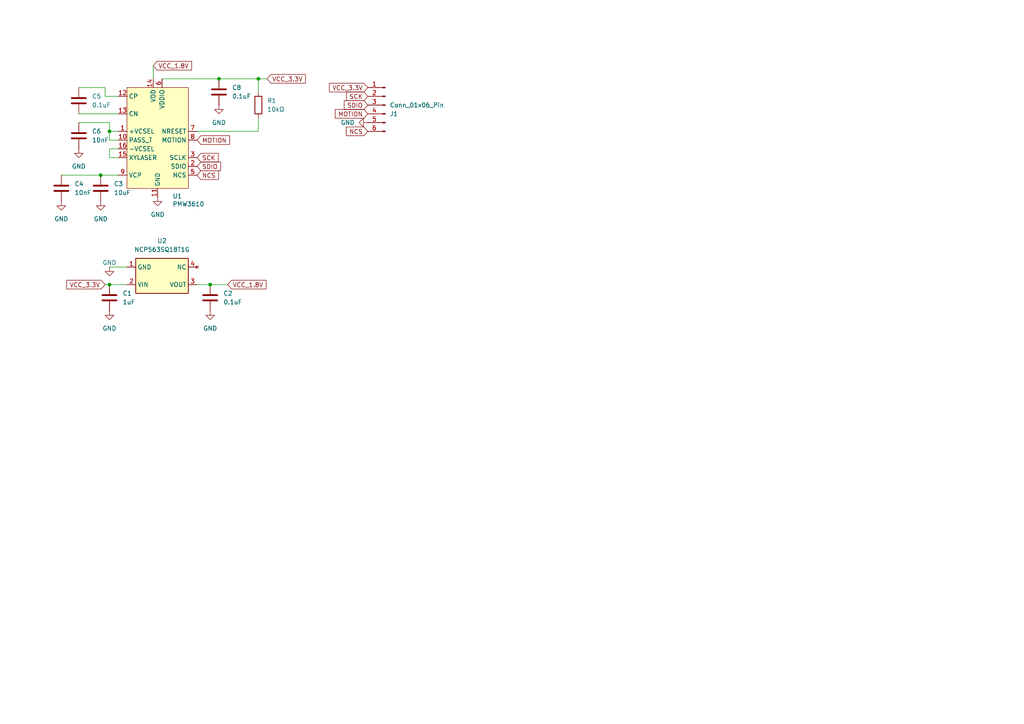
<source format=kicad_sch>
(kicad_sch (version 20231120) (generator "eeschema") (generator_version "8.0")
  (paper "A4")
  (lib_symbols
    (symbol "0_pmw3610-breakout:NCP563SQ18T1G"
      (property "Reference" "U2" (at 0 10.16 0))
      (property "Value" "NCP563SQ18T1G" (at 0 7.62 0))
      (symbol "NCP563SQ18T1G_0_1"
        (rectangle (start -7.62 5.08) (end 7.62 -5.08) (stroke (width 0.254)) (fill (type background)))
      )
      (symbol "NCP563SQ18T1G_1_1"
        (pin power_in line (at -10.16 2.54 0) (length 2.54) (name "GND") (number "1"))
        (pin power_in line (at -10.16 -2.54 0) (length 2.54) (name "VIN") (number "2"))
        (pin output line (at 10.16 -2.54 180) (length 2.54) (name "VOUT") (number "3"))
        (pin no_connect line (at 10.16 2.54 180) (length 2.54) (name "NC") (number "4"))
      )
    )
    (symbol "0_pmw3610_pcb:PMW3610DM-SUDU"
      (property "Reference" "U?" (at 7.62 -15.24 0))
      (property "Value" "PMW3610" (at 10.16 -17.78 0))
      (symbol "PMW3610DM-SUDU_0_1"
        (rectangle (start -8.89 15.24) (end 8.89 -13.97) (fill (type background)))
      )
      (symbol "PMW3610DM-SUDU_1_1"
        (pin input line (at -11.43 2.54 0) (length 2.54) (name "+VCSEL") (number "1"))
        (pin power_in line (at -11.43 0 0) (length 2.54) (name "PASS_T") (number "10"))
        (pin power_in line (at 0 -16.51 90) (length 2.54) (name "GND") (number "11"))
        (pin power_in line (at -11.43 12.7 0) (length 2.54) (name "CP") (number "12"))
        (pin power_in line (at -11.43 7.62 0) (length 2.54) (name "CN") (number "13"))
        (pin power_in line (at -1.27 17.78 270) (length 2.54) (name "VDD") (number "14"))
        (pin input line (at -11.43 -5.08 0) (length 2.54) (name "XYLASER") (number "15"))
        (pin input line (at -11.43 -2.54 0) (length 2.54) (name "-VCSEL") (number "16"))
        (pin bidirectional line (at 11.43 -7.62 180) (length 2.54) (name "SDIO") (number "2"))
        (pin input line (at 11.43 -5.08 180) (length 2.54) (name "SCLK") (number "3"))
        (pin no_connect line (at 2.54 -13.97 270) (length 2.54) hide (name "NC") (number "4"))
        (pin input line (at 11.43 -10.16 180) (length 2.54) (name "NCS") (number "5"))
        (pin power_in line (at 1.27 17.78 270) (length 2.54) (name "VDDIO") (number "6"))
        (pin input line (at 11.43 2.54 180) (length 2.54) (name "NRESET") (number "7"))
        (pin output line (at 11.43 0 180) (length 2.54) (name "MOTION") (number "8"))
        (pin power_in line (at -11.43 -10.16 0) (length 2.54) (name "VCP") (number "9"))
      )
    )
    (symbol "Connector:Conn_01x06_Pin" (pin_names (offset 1.016) hide)
      (property "Reference" "J" (at 0 7.62 0))
      (property "Value" "Conn_01x06_Pin" (at 0 -10.16 0))
      (symbol "Conn_01x06_Pin_1_1"
        (polyline (pts (xy 1.27 -7.62) (xy 0.8636 -7.62)) (stroke (width 0.1524)))
        (polyline (pts (xy 1.27 -5.08) (xy 0.8636 -5.08)) (stroke (width 0.1524)))
        (polyline (pts (xy 1.27 -2.54) (xy 0.8636 -2.54)) (stroke (width 0.1524)))
        (polyline (pts (xy 1.27 0) (xy 0.8636 0)) (stroke (width 0.1524)))
        (polyline (pts (xy 1.27 2.54) (xy 0.8636 2.54)) (stroke (width 0.1524)))
        (polyline (pts (xy 1.27 5.08) (xy 0.8636 5.08)) (stroke (width 0.1524)))
        (rectangle (start 0.8636 -7.493) (end 0 -7.747) (stroke (width 0.1524)) (fill (type outline)))
        (rectangle (start 0.8636 -4.953) (end 0 -5.207) (stroke (width 0.1524)) (fill (type outline)))
        (rectangle (start 0.8636 -2.413) (end 0 -2.667) (stroke (width 0.1524)) (fill (type outline)))
        (rectangle (start 0.8636 0.127) (end 0 -0.127) (stroke (width 0.1524)) (fill (type outline)))
        (rectangle (start 0.8636 2.667) (end 0 2.413) (stroke (width 0.1524)) (fill (type outline)))
        (rectangle (start 0.8636 5.207) (end 0 4.953) (stroke (width 0.1524)) (fill (type outline)))
        (pin passive line (at 5.08 5.08 180) (length 3.81) (name "Pin_1") (number "1"))
        (pin passive line (at 5.08 2.54 180) (length 3.81) (name "Pin_2") (number "2"))
        (pin passive line (at 5.08 0 180) (length 3.81) (name "Pin_3") (number "3"))
        (pin passive line (at 5.08 -2.54 180) (length 3.81) (name "Pin_4") (number "4"))
        (pin passive line (at 5.08 -5.08 180) (length 3.81) (name "Pin_5") (number "5"))
        (pin passive line (at 5.08 -7.62 180) (length 3.81) (name "Pin_6") (number "6"))
      )
    )
    (symbol "Device:C" (pin_numbers hide) (pin_names (offset 0.254))
      (property "Reference" "C" (at 0.635 2.54 0))
      (property "Value" "C" (at 0.635 -2.54 0))
      (symbol "C_0_1"
        (polyline (pts (xy -2.032 -0.762) (xy 2.032 -0.762)) (stroke (width 0.508)))
        (polyline (pts (xy -2.032 0.762) (xy 2.032 0.762)) (stroke (width 0.508)))
      )
      (symbol "C_1_1"
        (pin passive line (at 0 3.81 270) (length 2.794) (name "~") (number "1"))
        (pin passive line (at 0 -3.81 90) (length 2.794) (name "~") (number "2"))
      )
    )
    (symbol "Device:R" (pin_numbers hide) (pin_names (offset 0))
      (property "Reference" "R" (at 2.032 0 90))
      (property "Value" "R" (at 0 0 90))
      (symbol "R_0_1"
        (rectangle (start -1.016 -2.54) (end 1.016 2.54) (stroke (width 0.254)))
      )
      (symbol "R_1_1"
        (pin passive line (at 0 3.81 270) (length 1.27) (name "~") (number "1"))
        (pin passive line (at 0 -3.81 90) (length 1.27) (name "~") (number "2"))
      )
    )
    (symbol "power:GND" (power) (pin_numbers hide) (pin_names (offset 0) hide)
      (property "Value" "GND" (at 0 -3.81 0))
      (symbol "GND_0_1"
        (polyline (pts (xy 0 0) (xy 0 -1.27) (xy 1.27 -1.27) (xy 0 -2.54) (xy -1.27 -1.27) (xy 0 -1.27)))
      )
      (symbol "GND_1_1"
        (pin power_in line (at 0 0 270) (length 0) (name "~") (number "1"))
      )
    )
  )
  (junction (at 31.75 38.1))
  (junction (at 31.75 82.55))
  (junction (at 63.5 22.86))
  (junction (at 60.96 82.55))
  (junction (at 74.93 22.86))
  (junction (at 29.21 50.8))
  (wire (pts (xy 30.48 27.94) (xy 30.48 25.4)))
  (wire (pts (xy 30.48 25.4) (xy 22.86 25.4)))
  (wire (pts (xy 74.93 34.29) (xy 74.93 38.1)))
  (wire (pts (xy 60.96 82.55) (xy 66.04 82.55)))
  (wire (pts (xy 34.29 27.94) (xy 30.48 27.94)))
  (wire (pts (xy 30.48 82.55) (xy 31.75 82.55)))
  (wire (pts (xy 77.47 22.86) (xy 74.93 22.86)))
  (wire (pts (xy 34.29 38.1) (xy 31.75 38.1)))
  (wire (pts (xy 57.15 82.55) (xy 60.96 82.55)))
  (wire (pts (xy 31.75 43.18) (xy 31.75 45.72)))
  (wire (pts (xy 74.93 38.1) (xy 57.15 38.1)))
  (wire (pts (xy 74.93 22.86) (xy 63.5 22.86)))
  (wire (pts (xy 22.86 33.02) (xy 34.29 33.02)))
  (wire (pts (xy 31.75 77.47) (xy 36.83 77.47)))
  (wire (pts (xy 22.86 35.56) (xy 31.75 35.56)))
  (wire (pts (xy 31.75 38.1) (xy 31.75 40.64)))
  (wire (pts (xy 44.45 19.05) (xy 44.45 22.86)))
  (wire (pts (xy 31.75 35.56) (xy 31.75 38.1)))
  (wire (pts (xy 74.93 22.86) (xy 74.93 26.67)))
  (wire (pts (xy 31.75 82.55) (xy 36.83 82.55)))
  (wire (pts (xy 46.99 22.86) (xy 63.5 22.86)))
  (wire (pts (xy 29.21 50.8) (xy 34.29 50.8)))
  (wire (pts (xy 17.78 50.8) (xy 29.21 50.8)))
  (wire (pts (xy 31.75 45.72) (xy 34.29 45.72)))
  (wire (pts (xy 34.29 43.18) (xy 31.75 43.18)))
  (wire (pts (xy 31.75 40.64) (xy 34.29 40.64)))
  (global_label "VCC_3.3V" (shape input) (at 30.48 82.55 180) (property "Intersheetrefs" "${INTERSHEET_REFS}" (effects (hide yes))))
  (global_label "VCC_1.8V" (shape input) (at 66.04 82.55 0) (property "Intersheetrefs" "${INTERSHEET_REFS}" (effects (hide yes))))
  (global_label "SDIO" (shape input) (at 57.15 48.26 0) (property "Intersheetrefs" "${INTERSHEET_REFS}" (effects (hide yes))))
  (global_label "MOTION" (shape input) (at 57.15 40.64 0) (property "Intersheetrefs" "${INTERSHEET_REFS}" (effects (hide yes))))
  (global_label "SDIO" (shape input) (at 106.68 30.48 180) (property "Intersheetrefs" "${INTERSHEET_REFS}" (effects (hide yes))))
  (global_label "SCK" (shape input) (at 57.15 45.72 0) (property "Intersheetrefs" "${INTERSHEET_REFS}" (effects (hide yes))))
  (global_label "VCC_3.3V" (shape input) (at 77.47 22.86 0) (property "Intersheetrefs" "${INTERSHEET_REFS}" (effects (hide yes))))
  (global_label "NCS" (shape input) (at 57.15 50.8 0) (property "Intersheetrefs" "${INTERSHEET_REFS}" (effects (hide yes))))
  (global_label "SCK" (shape input) (at 106.68 27.94 180) (property "Intersheetrefs" "${INTERSHEET_REFS}" (effects (hide yes))))
  (global_label "VCC_3.3V" (shape input) (at 106.68 25.4 180) (property "Intersheetrefs" "${INTERSHEET_REFS}" (effects (hide yes))))
  (global_label "MOTION" (shape input) (at 106.68 33.02 180) (property "Intersheetrefs" "${INTERSHEET_REFS}" (effects (hide yes))))
  (global_label "VCC_1.8V" (shape input) (at 44.45 19.05 0) (property "Intersheetrefs" "${INTERSHEET_REFS}" (effects (hide yes))))
  (global_label "NCS" (shape input) (at 106.68 38.1 180) (property "Intersheetrefs" "${INTERSHEET_REFS}" (effects (hide yes))))
  (symbol (lib_id "Device:C") (at 22.86 29.21 0) (unit 1)
    (property "Reference" "C5" (at 26.67 27.9399 0) (effects (justify left)))
    (property "Value" "0.1uF" (at 26.67 30.4799 0) (effects (justify left)))
    (property "Footprint" "Capacitor_SMD:C_0805_2012Metric" (effects (hide yes)))
    (property "Description" "Unpolarized capacitor" (effects (hide yes)))
  )
  (symbol (lib_id "power:GND") (at 31.75 90.17 0) (unit 1)
    (property "Reference" "#PWR01" (effects (hide yes)))
    (property "Value" "GND" (at 31.75 95.25 0))
    (property "Description" "Power symbol creates a global label with name \"GND\" , ground" (effects (hide yes)))
  )
  (symbol (lib_id "Device:R") (at 74.93 30.48 180) (unit 1)
    (property "Reference" "R1" (at 77.47 29.2099 0) (effects (justify right)))
    (property "Value" "10kΩ" (at 77.47 31.7499 0) (effects (justify right)))
    (property "Footprint" "Resistor_SMD:R_0805_2012Metric" (effects (hide yes)))
    (property "Description" "Resistor" (effects (hide yes)))
  )
  (symbol (lib_id "Connector:Conn_01x06_Pin") (at 111.76 30.48 0) (mirror y) (unit 1)
    (property "Reference" "J1" (at 113.03 33.0201 0) (effects (justify right)))
    (property "Value" "Conn_01x06_Pin" (at 113.03 30.4801 0) (effects (justify right)))
    (property "Footprint" "Connector_FFC-FPC:TE_0-1734839-6_1x06-1MP_P0.5mm_Horizontal" (effects (hide yes)))
    (property "Description" "Generic connector, single row, 01x06, script generated" (effects (hide yes)))
  )
  (symbol (lib_id "power:GND") (at 29.21 58.42 0) (unit 1)
    (property "Reference" "#PWR04" (effects (hide yes)))
    (property "Value" "GND" (at 29.21 63.5 0))
    (property "Description" "Power symbol creates a global label with name \"GND\" , ground" (effects (hide yes)))
  )
  (symbol (lib_id "power:GND") (at 63.5 30.48 0) (unit 1)
    (property "Reference" "#PWR08" (effects (hide yes)))
    (property "Value" "GND" (at 63.5 35.56 0))
    (property "Description" "Power symbol creates a global label with name \"GND\" , ground" (effects (hide yes)))
  )
  (symbol (lib_id "power:GND") (at 31.75 77.47 0) (unit 1)
    (property "Reference" "#PWR09" (effects (hide yes)))
    (property "Value" "GND" (at 31.75 76.2 0))
    (property "Description" "Power symbol creates a global label with name \"GND\" , ground" (effects (hide yes)))
  )
  (symbol (lib_id "Device:C") (at 17.78 54.61 0) (unit 1)
    (property "Reference" "C4" (at 21.59 53.3399 0) (effects (justify left)))
    (property "Value" "10nF" (at 21.59 55.8799 0) (effects (justify left)))
    (property "Footprint" "Capacitor_SMD:C_0805_2012Metric" (effects (hide yes)))
    (property "Description" "Unpolarized capacitor" (effects (hide yes)))
  )
  (symbol (lib_id "Device:C") (at 31.75 86.36 0) (unit 1)
    (property "Reference" "C1" (at 35.56 85.0899 0) (effects (justify left)))
    (property "Value" "1uF" (at 35.56 87.6299 0) (effects (justify left)))
    (property "Footprint" "Capacitor_SMD:C_0805_2012Metric" (effects (hide yes)))
    (property "Description" "Unpolarized capacitor" (effects (hide yes)))
  )
  (symbol (lib_id "power:GND") (at 45.72 57.15 0) (unit 1)
    (property "Reference" "#PWR03" (effects (hide yes)))
    (property "Value" "GND" (at 45.72 62.23 0))
    (property "Description" "Power symbol creates a global label with name \"GND\" , ground" (effects (hide yes)))
  )
  (symbol (lib_id "power:GND") (at 60.96 90.17 0) (unit 1)
    (property "Reference" "#PWR02" (effects (hide yes)))
    (property "Value" "GND" (at 60.96 95.25 0))
    (property "Description" "Power symbol creates a global label with name \"GND\" , ground" (effects (hide yes)))
  )
  (symbol (lib_id "0_pmw3610_pcb:PMW3610DM-SUDU") (at 45.72 40.64 0) (unit 1)
    (property "Reference" "U1" (at 50.038 56.896 0) (effects (justify left)))
    (property "Value" "PMW3610" (at 50.038 59.182 0) (effects (justify left)))
    (property "Footprint" "0_pmw3610-breakout:PMW3610DM-SUDU 16Pin" (effects (hide yes)))
    (property "Description" "Optical mouse sensor" (effects (hide yes)))
  )
  (symbol (lib_id "power:GND") (at 22.86 43.18 0) (unit 1)
    (property "Reference" "#PWR07" (effects (hide yes)))
    (property "Value" "GND" (at 22.86 48.26 0))
    (property "Description" "Power symbol creates a global label with name \"GND\" , ground" (effects (hide yes)))
  )
  (symbol (lib_id "power:GND") (at 106.68 35.56 270) (unit 1)
    (property "Reference" "#PWR06" (effects (hide yes)))
    (property "Value" "GND" (at 102.87 35.5599 90) (effects (justify right)))
    (property "Description" "Power symbol creates a global label with name \"GND\" , ground" (effects (hide yes)))
  )
  (symbol (lib_id "Device:C") (at 22.86 39.37 0) (unit 1)
    (property "Reference" "C6" (at 26.67 38.0999 0) (effects (justify left)))
    (property "Value" "10nF" (at 26.67 40.6399 0) (effects (justify left)))
    (property "Footprint" "Capacitor_SMD:C_0805_2012Metric" (effects (hide yes)))
    (property "Description" "Unpolarized capacitor" (effects (hide yes)))
  )
  (symbol (lib_id "power:GND") (at 17.78 58.42 0) (unit 1)
    (property "Reference" "#PWR05" (effects (hide yes)))
    (property "Value" "GND" (at 17.78 63.5 0))
    (property "Description" "Power symbol creates a global label with name \"GND\" , ground" (effects (hide yes)))
  )
  (symbol (lib_id "0_pmw3610-breakout:NCP563SQ18T1G") (at 46.99 80.01 0) (unit 1)
    (property "Reference" "U2" (at 46.99 69.85 0))
    (property "Value" "NCP563SQ18T1G" (at 46.99 72.39 0))
    (property "Footprint" "Package_TO_SOT_SMD:SOT-343_SC-70-4" (effects (hide yes)))
    (property "Description" "https://akizukidenshi.com/goodsaffix/NCP562_NCP563_NCV562_NCV563.pdf" (effects (hide yes)))
  )
  (symbol (lib_id "Device:C") (at 60.96 86.36 0) (unit 1)
    (property "Reference" "C2" (at 64.77 85.0899 0) (effects (justify left)))
    (property "Value" "0.1uF" (at 64.77 87.6299 0) (effects (justify left)))
    (property "Footprint" "Capacitor_SMD:C_0805_2012Metric" (effects (hide yes)))
    (property "Description" "Unpolarized capacitor" (effects (hide yes)))
  )
  (symbol (lib_id "Device:C") (at 63.5 26.67 0) (unit 1)
    (property "Reference" "C8" (at 67.31 25.3999 0) (effects (justify left)))
    (property "Value" "0.1uF" (at 67.31 27.9399 0) (effects (justify left)))
    (property "Footprint" "Capacitor_SMD:C_0805_2012Metric" (effects (hide yes)))
    (property "Description" "Unpolarized capacitor" (effects (hide yes)))
  )
  (symbol (lib_id "Device:C") (at 29.21 54.61 0) (unit 1)
    (property "Reference" "C3" (at 33.02 53.3399 0) (effects (justify left)))
    (property "Value" "10uF" (at 33.02 55.8799 0) (effects (justify left)))
    (property "Footprint" "Capacitor_SMD:C_0805_2012Metric" (effects (hide yes)))
    (property "Description" "Unpolarized capacitor" (effects (hide yes)))
  )
)
</source>
